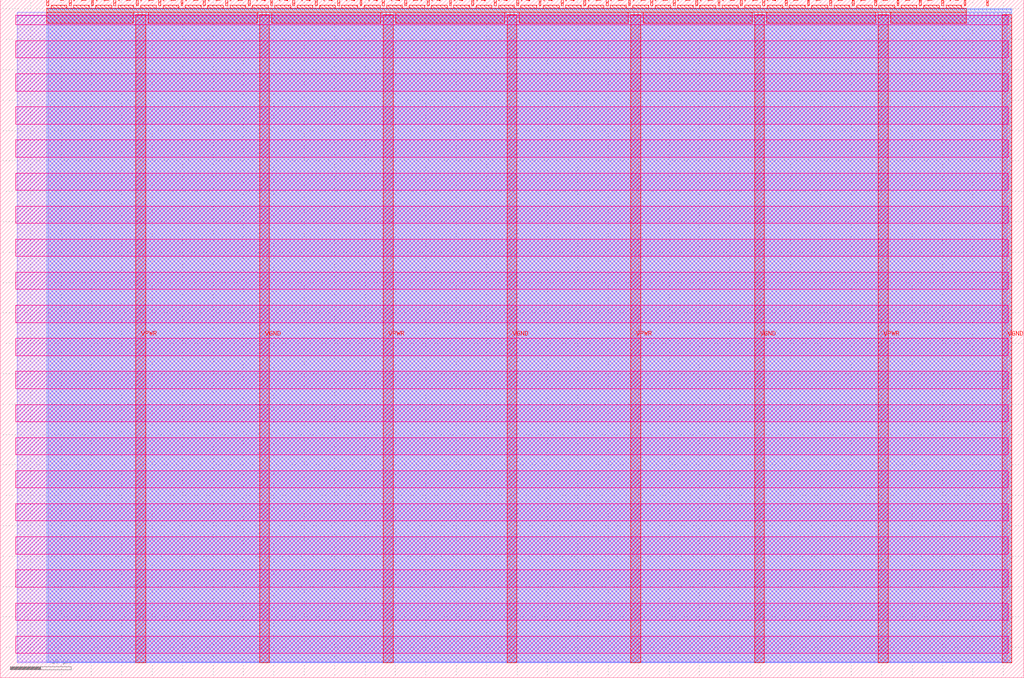
<source format=lef>
VERSION 5.7 ;
  NOWIREEXTENSIONATPIN ON ;
  DIVIDERCHAR "/" ;
  BUSBITCHARS "[]" ;
MACRO tt_um_wokwi_375176944142127105
  CLASS BLOCK ;
  FOREIGN tt_um_wokwi_375176944142127105 ;
  ORIGIN 0.000 0.000 ;
  SIZE 168.360 BY 111.520 ;
  PIN VGND
    DIRECTION INOUT ;
    USE GROUND ;
    PORT
      LAYER met4 ;
        RECT 42.670 2.480 44.270 109.040 ;
    END
    PORT
      LAYER met4 ;
        RECT 83.380 2.480 84.980 109.040 ;
    END
    PORT
      LAYER met4 ;
        RECT 124.090 2.480 125.690 109.040 ;
    END
    PORT
      LAYER met4 ;
        RECT 164.800 2.480 166.400 109.040 ;
    END
  END VGND
  PIN VPWR
    DIRECTION INOUT ;
    USE POWER ;
    PORT
      LAYER met4 ;
        RECT 22.315 2.480 23.915 109.040 ;
    END
    PORT
      LAYER met4 ;
        RECT 63.025 2.480 64.625 109.040 ;
    END
    PORT
      LAYER met4 ;
        RECT 103.735 2.480 105.335 109.040 ;
    END
    PORT
      LAYER met4 ;
        RECT 144.445 2.480 146.045 109.040 ;
    END
  END VPWR
  PIN clk
    DIRECTION INPUT ;
    USE SIGNAL ;
    ANTENNAGATEAREA 0.126000 ;
    PORT
      LAYER met4 ;
        RECT 158.550 110.520 158.850 111.520 ;
    END
  END clk
  PIN ena
    DIRECTION INPUT ;
    USE SIGNAL ;
    PORT
      LAYER met4 ;
        RECT 162.230 110.520 162.530 111.520 ;
    END
  END ena
  PIN rst_n
    DIRECTION INPUT ;
    USE SIGNAL ;
    ANTENNAGATEAREA 0.196500 ;
    PORT
      LAYER met4 ;
        RECT 154.870 110.520 155.170 111.520 ;
    END
  END rst_n
  PIN ui_in[0]
    DIRECTION INPUT ;
    USE SIGNAL ;
    ANTENNAGATEAREA 0.196500 ;
    PORT
      LAYER met4 ;
        RECT 151.190 110.520 151.490 111.520 ;
    END
  END ui_in[0]
  PIN ui_in[1]
    DIRECTION INPUT ;
    USE SIGNAL ;
    ANTENNAGATEAREA 0.196500 ;
    PORT
      LAYER met4 ;
        RECT 147.510 110.520 147.810 111.520 ;
    END
  END ui_in[1]
  PIN ui_in[2]
    DIRECTION INPUT ;
    USE SIGNAL ;
    PORT
      LAYER met4 ;
        RECT 143.830 110.520 144.130 111.520 ;
    END
  END ui_in[2]
  PIN ui_in[3]
    DIRECTION INPUT ;
    USE SIGNAL ;
    ANTENNAGATEAREA 0.126000 ;
    PORT
      LAYER met4 ;
        RECT 140.150 110.520 140.450 111.520 ;
    END
  END ui_in[3]
  PIN ui_in[4]
    DIRECTION INPUT ;
    USE SIGNAL ;
    ANTENNAGATEAREA 0.196500 ;
    PORT
      LAYER met4 ;
        RECT 136.470 110.520 136.770 111.520 ;
    END
  END ui_in[4]
  PIN ui_in[5]
    DIRECTION INPUT ;
    USE SIGNAL ;
    ANTENNAGATEAREA 0.196500 ;
    PORT
      LAYER met4 ;
        RECT 132.790 110.520 133.090 111.520 ;
    END
  END ui_in[5]
  PIN ui_in[6]
    DIRECTION INPUT ;
    USE SIGNAL ;
    ANTENNAGATEAREA 0.196500 ;
    PORT
      LAYER met4 ;
        RECT 129.110 110.520 129.410 111.520 ;
    END
  END ui_in[6]
  PIN ui_in[7]
    DIRECTION INPUT ;
    USE SIGNAL ;
    ANTENNAGATEAREA 0.196500 ;
    PORT
      LAYER met4 ;
        RECT 125.430 110.520 125.730 111.520 ;
    END
  END ui_in[7]
  PIN uio_in[0]
    DIRECTION INPUT ;
    USE SIGNAL ;
    PORT
      LAYER met4 ;
        RECT 121.750 110.520 122.050 111.520 ;
    END
  END uio_in[0]
  PIN uio_in[1]
    DIRECTION INPUT ;
    USE SIGNAL ;
    PORT
      LAYER met4 ;
        RECT 118.070 110.520 118.370 111.520 ;
    END
  END uio_in[1]
  PIN uio_in[2]
    DIRECTION INPUT ;
    USE SIGNAL ;
    PORT
      LAYER met4 ;
        RECT 114.390 110.520 114.690 111.520 ;
    END
  END uio_in[2]
  PIN uio_in[3]
    DIRECTION INPUT ;
    USE SIGNAL ;
    PORT
      LAYER met4 ;
        RECT 110.710 110.520 111.010 111.520 ;
    END
  END uio_in[3]
  PIN uio_in[4]
    DIRECTION INPUT ;
    USE SIGNAL ;
    PORT
      LAYER met4 ;
        RECT 107.030 110.520 107.330 111.520 ;
    END
  END uio_in[4]
  PIN uio_in[5]
    DIRECTION INPUT ;
    USE SIGNAL ;
    PORT
      LAYER met4 ;
        RECT 103.350 110.520 103.650 111.520 ;
    END
  END uio_in[5]
  PIN uio_in[6]
    DIRECTION INPUT ;
    USE SIGNAL ;
    PORT
      LAYER met4 ;
        RECT 99.670 110.520 99.970 111.520 ;
    END
  END uio_in[6]
  PIN uio_in[7]
    DIRECTION INPUT ;
    USE SIGNAL ;
    PORT
      LAYER met4 ;
        RECT 95.990 110.520 96.290 111.520 ;
    END
  END uio_in[7]
  PIN uio_oe[0]
    DIRECTION OUTPUT TRISTATE ;
    USE SIGNAL ;
    PORT
      LAYER met4 ;
        RECT 33.430 110.520 33.730 111.520 ;
    END
  END uio_oe[0]
  PIN uio_oe[1]
    DIRECTION OUTPUT TRISTATE ;
    USE SIGNAL ;
    PORT
      LAYER met4 ;
        RECT 29.750 110.520 30.050 111.520 ;
    END
  END uio_oe[1]
  PIN uio_oe[2]
    DIRECTION OUTPUT TRISTATE ;
    USE SIGNAL ;
    PORT
      LAYER met4 ;
        RECT 26.070 110.520 26.370 111.520 ;
    END
  END uio_oe[2]
  PIN uio_oe[3]
    DIRECTION OUTPUT TRISTATE ;
    USE SIGNAL ;
    PORT
      LAYER met4 ;
        RECT 22.390 110.520 22.690 111.520 ;
    END
  END uio_oe[3]
  PIN uio_oe[4]
    DIRECTION OUTPUT TRISTATE ;
    USE SIGNAL ;
    PORT
      LAYER met4 ;
        RECT 18.710 110.520 19.010 111.520 ;
    END
  END uio_oe[4]
  PIN uio_oe[5]
    DIRECTION OUTPUT TRISTATE ;
    USE SIGNAL ;
    PORT
      LAYER met4 ;
        RECT 15.030 110.520 15.330 111.520 ;
    END
  END uio_oe[5]
  PIN uio_oe[6]
    DIRECTION OUTPUT TRISTATE ;
    USE SIGNAL ;
    PORT
      LAYER met4 ;
        RECT 11.350 110.520 11.650 111.520 ;
    END
  END uio_oe[6]
  PIN uio_oe[7]
    DIRECTION OUTPUT TRISTATE ;
    USE SIGNAL ;
    PORT
      LAYER met4 ;
        RECT 7.670 110.520 7.970 111.520 ;
    END
  END uio_oe[7]
  PIN uio_out[0]
    DIRECTION OUTPUT TRISTATE ;
    USE SIGNAL ;
    PORT
      LAYER met4 ;
        RECT 62.870 110.520 63.170 111.520 ;
    END
  END uio_out[0]
  PIN uio_out[1]
    DIRECTION OUTPUT TRISTATE ;
    USE SIGNAL ;
    PORT
      LAYER met4 ;
        RECT 59.190 110.520 59.490 111.520 ;
    END
  END uio_out[1]
  PIN uio_out[2]
    DIRECTION OUTPUT TRISTATE ;
    USE SIGNAL ;
    PORT
      LAYER met4 ;
        RECT 55.510 110.520 55.810 111.520 ;
    END
  END uio_out[2]
  PIN uio_out[3]
    DIRECTION OUTPUT TRISTATE ;
    USE SIGNAL ;
    PORT
      LAYER met4 ;
        RECT 51.830 110.520 52.130 111.520 ;
    END
  END uio_out[3]
  PIN uio_out[4]
    DIRECTION OUTPUT TRISTATE ;
    USE SIGNAL ;
    PORT
      LAYER met4 ;
        RECT 48.150 110.520 48.450 111.520 ;
    END
  END uio_out[4]
  PIN uio_out[5]
    DIRECTION OUTPUT TRISTATE ;
    USE SIGNAL ;
    PORT
      LAYER met4 ;
        RECT 44.470 110.520 44.770 111.520 ;
    END
  END uio_out[5]
  PIN uio_out[6]
    DIRECTION OUTPUT TRISTATE ;
    USE SIGNAL ;
    PORT
      LAYER met4 ;
        RECT 40.790 110.520 41.090 111.520 ;
    END
  END uio_out[6]
  PIN uio_out[7]
    DIRECTION OUTPUT TRISTATE ;
    USE SIGNAL ;
    PORT
      LAYER met4 ;
        RECT 37.110 110.520 37.410 111.520 ;
    END
  END uio_out[7]
  PIN uo_out[0]
    DIRECTION OUTPUT TRISTATE ;
    USE SIGNAL ;
    ANTENNADIFFAREA 0.445500 ;
    PORT
      LAYER met4 ;
        RECT 92.310 110.520 92.610 111.520 ;
    END
  END uo_out[0]
  PIN uo_out[1]
    DIRECTION OUTPUT TRISTATE ;
    USE SIGNAL ;
    ANTENNADIFFAREA 0.795200 ;
    PORT
      LAYER met4 ;
        RECT 88.630 110.520 88.930 111.520 ;
    END
  END uo_out[1]
  PIN uo_out[2]
    DIRECTION OUTPUT TRISTATE ;
    USE SIGNAL ;
    ANTENNADIFFAREA 0.445500 ;
    PORT
      LAYER met4 ;
        RECT 84.950 110.520 85.250 111.520 ;
    END
  END uo_out[2]
  PIN uo_out[3]
    DIRECTION OUTPUT TRISTATE ;
    USE SIGNAL ;
    ANTENNADIFFAREA 0.445500 ;
    PORT
      LAYER met4 ;
        RECT 81.270 110.520 81.570 111.520 ;
    END
  END uo_out[3]
  PIN uo_out[4]
    DIRECTION OUTPUT TRISTATE ;
    USE SIGNAL ;
    ANTENNADIFFAREA 0.445500 ;
    PORT
      LAYER met4 ;
        RECT 77.590 110.520 77.890 111.520 ;
    END
  END uo_out[4]
  PIN uo_out[5]
    DIRECTION OUTPUT TRISTATE ;
    USE SIGNAL ;
    ANTENNADIFFAREA 0.445500 ;
    PORT
      LAYER met4 ;
        RECT 73.910 110.520 74.210 111.520 ;
    END
  END uo_out[5]
  PIN uo_out[6]
    DIRECTION OUTPUT TRISTATE ;
    USE SIGNAL ;
    ANTENNADIFFAREA 0.445500 ;
    PORT
      LAYER met4 ;
        RECT 70.230 110.520 70.530 111.520 ;
    END
  END uo_out[6]
  PIN uo_out[7]
    DIRECTION OUTPUT TRISTATE ;
    USE SIGNAL ;
    PORT
      LAYER met4 ;
        RECT 66.550 110.520 66.850 111.520 ;
    END
  END uo_out[7]
  OBS
      LAYER nwell ;
        RECT 2.570 107.385 165.790 108.990 ;
        RECT 2.570 101.945 165.790 104.775 ;
        RECT 2.570 96.505 165.790 99.335 ;
        RECT 2.570 91.065 165.790 93.895 ;
        RECT 2.570 85.625 165.790 88.455 ;
        RECT 2.570 80.185 165.790 83.015 ;
        RECT 2.570 74.745 165.790 77.575 ;
        RECT 2.570 69.305 165.790 72.135 ;
        RECT 2.570 63.865 165.790 66.695 ;
        RECT 2.570 58.425 165.790 61.255 ;
        RECT 2.570 52.985 165.790 55.815 ;
        RECT 2.570 47.545 165.790 50.375 ;
        RECT 2.570 42.105 165.790 44.935 ;
        RECT 2.570 36.665 165.790 39.495 ;
        RECT 2.570 31.225 165.790 34.055 ;
        RECT 2.570 25.785 165.790 28.615 ;
        RECT 2.570 20.345 165.790 23.175 ;
        RECT 2.570 14.905 165.790 17.735 ;
        RECT 2.570 9.465 165.790 12.295 ;
        RECT 2.570 4.025 165.790 6.855 ;
      LAYER li1 ;
        RECT 2.760 2.635 165.600 108.885 ;
      LAYER met1 ;
        RECT 2.760 2.480 166.400 109.440 ;
      LAYER met2 ;
        RECT 7.910 2.535 166.370 110.005 ;
      LAYER met3 ;
        RECT 7.630 2.555 166.390 109.985 ;
      LAYER met4 ;
        RECT 8.370 110.120 10.950 110.650 ;
        RECT 12.050 110.120 14.630 110.650 ;
        RECT 15.730 110.120 18.310 110.650 ;
        RECT 19.410 110.120 21.990 110.650 ;
        RECT 23.090 110.120 25.670 110.650 ;
        RECT 26.770 110.120 29.350 110.650 ;
        RECT 30.450 110.120 33.030 110.650 ;
        RECT 34.130 110.120 36.710 110.650 ;
        RECT 37.810 110.120 40.390 110.650 ;
        RECT 41.490 110.120 44.070 110.650 ;
        RECT 45.170 110.120 47.750 110.650 ;
        RECT 48.850 110.120 51.430 110.650 ;
        RECT 52.530 110.120 55.110 110.650 ;
        RECT 56.210 110.120 58.790 110.650 ;
        RECT 59.890 110.120 62.470 110.650 ;
        RECT 63.570 110.120 66.150 110.650 ;
        RECT 67.250 110.120 69.830 110.650 ;
        RECT 70.930 110.120 73.510 110.650 ;
        RECT 74.610 110.120 77.190 110.650 ;
        RECT 78.290 110.120 80.870 110.650 ;
        RECT 81.970 110.120 84.550 110.650 ;
        RECT 85.650 110.120 88.230 110.650 ;
        RECT 89.330 110.120 91.910 110.650 ;
        RECT 93.010 110.120 95.590 110.650 ;
        RECT 96.690 110.120 99.270 110.650 ;
        RECT 100.370 110.120 102.950 110.650 ;
        RECT 104.050 110.120 106.630 110.650 ;
        RECT 107.730 110.120 110.310 110.650 ;
        RECT 111.410 110.120 113.990 110.650 ;
        RECT 115.090 110.120 117.670 110.650 ;
        RECT 118.770 110.120 121.350 110.650 ;
        RECT 122.450 110.120 125.030 110.650 ;
        RECT 126.130 110.120 128.710 110.650 ;
        RECT 129.810 110.120 132.390 110.650 ;
        RECT 133.490 110.120 136.070 110.650 ;
        RECT 137.170 110.120 139.750 110.650 ;
        RECT 140.850 110.120 143.430 110.650 ;
        RECT 144.530 110.120 147.110 110.650 ;
        RECT 148.210 110.120 150.790 110.650 ;
        RECT 151.890 110.120 154.470 110.650 ;
        RECT 155.570 110.120 158.150 110.650 ;
        RECT 7.655 109.440 158.865 110.120 ;
        RECT 7.655 107.615 21.915 109.440 ;
        RECT 24.315 107.615 42.270 109.440 ;
        RECT 44.670 107.615 62.625 109.440 ;
        RECT 65.025 107.615 82.980 109.440 ;
        RECT 85.380 107.615 103.335 109.440 ;
        RECT 105.735 107.615 123.690 109.440 ;
        RECT 126.090 107.615 144.045 109.440 ;
        RECT 146.445 107.615 158.865 109.440 ;
  END
END tt_um_wokwi_375176944142127105
END LIBRARY


</source>
